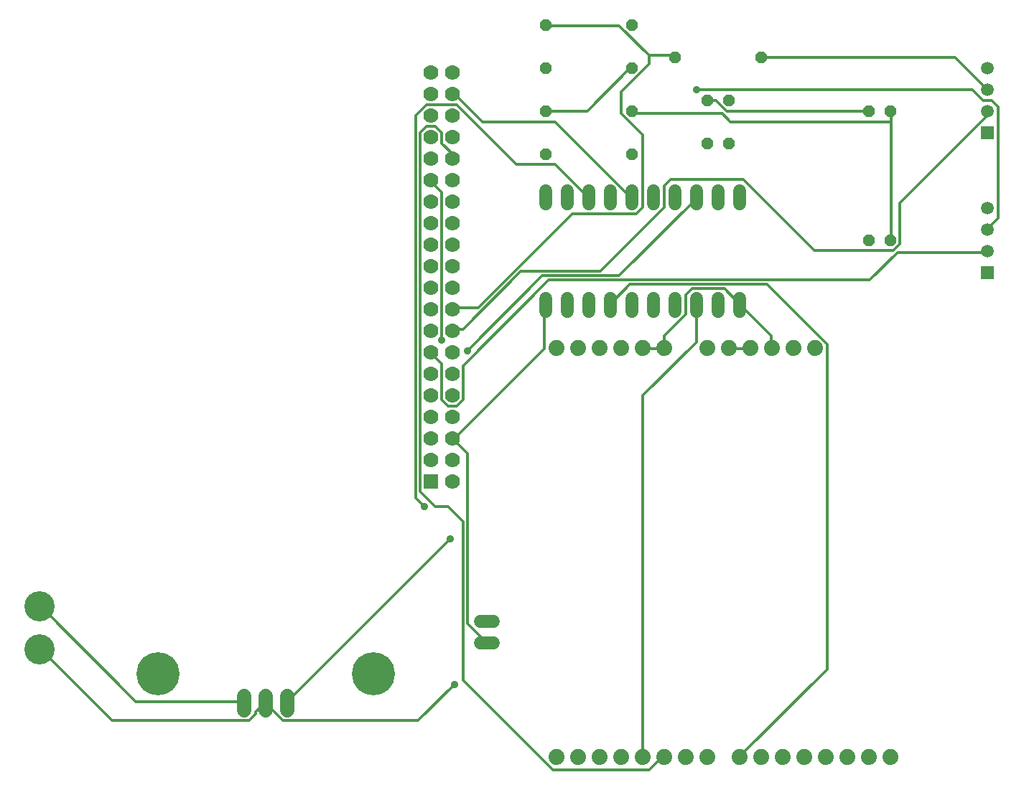
<source format=gbr>
G04 EAGLE Gerber RS-274X export*
G75*
%MOMM*%
%FSLAX34Y34*%
%LPD*%
%INTop Copper*%
%IPPOS*%
%AMOC8*
5,1,8,0,0,1.08239X$1,22.5*%
G01*
%ADD10P,1.429621X8X22.500000*%
%ADD11C,1.676400*%
%ADD12C,1.524000*%
%ADD13C,3.556000*%
%ADD14R,1.778000X1.778000*%
%ADD15C,1.778000*%
%ADD16R,1.508000X1.508000*%
%ADD17C,1.508000*%
%ADD18C,1.879600*%
%ADD19C,5.080000*%
%ADD20C,0.304800*%
%ADD21C,0.906400*%


D10*
X838200Y812800D03*
X863600Y812800D03*
X838200Y762000D03*
X863600Y762000D03*
D11*
X292100Y109982D02*
X292100Y93218D01*
X317500Y93218D02*
X317500Y109982D01*
X342900Y109982D02*
X342900Y93218D01*
D12*
X570397Y172720D02*
X585637Y172720D01*
X585637Y198120D02*
X570397Y198120D01*
D13*
X50800Y215900D03*
X50800Y165100D03*
D10*
X1028700Y800100D03*
X1054100Y800100D03*
X1028700Y647700D03*
X1054100Y647700D03*
D14*
X512300Y363100D03*
D15*
X537700Y363100D03*
X512300Y388500D03*
X537700Y388500D03*
X512300Y413900D03*
X537700Y413900D03*
X512300Y439300D03*
X537700Y439300D03*
X512300Y464700D03*
X537700Y464700D03*
X512300Y490100D03*
X537700Y490100D03*
X512300Y515500D03*
X537700Y515500D03*
X512300Y540900D03*
X537700Y540900D03*
X512300Y566300D03*
X537700Y566300D03*
X512300Y591700D03*
X537700Y591700D03*
X512300Y617100D03*
X537700Y617100D03*
X512300Y642500D03*
X537700Y642500D03*
X512300Y667900D03*
X537700Y667900D03*
X512300Y693300D03*
X537700Y693300D03*
X512300Y718700D03*
X537700Y718700D03*
X512300Y744100D03*
X537700Y744100D03*
X512300Y769500D03*
X537700Y769500D03*
X512300Y794900D03*
X537700Y794900D03*
X512300Y820300D03*
X537700Y820300D03*
X512300Y845700D03*
X537700Y845700D03*
D10*
X800100Y863600D03*
X901700Y863600D03*
X647700Y749300D03*
X749300Y749300D03*
X647700Y901700D03*
X749300Y901700D03*
X647700Y850900D03*
X749300Y850900D03*
X647700Y800100D03*
X749300Y800100D03*
D12*
X876300Y706120D02*
X876300Y690880D01*
X850900Y690880D02*
X850900Y706120D01*
X825500Y706120D02*
X825500Y690880D01*
X800100Y690880D02*
X800100Y706120D01*
X774700Y706120D02*
X774700Y690880D01*
X749300Y690880D02*
X749300Y706120D01*
X723900Y706120D02*
X723900Y690880D01*
X698500Y690880D02*
X698500Y706120D01*
X673100Y706120D02*
X673100Y690880D01*
X647700Y690880D02*
X647700Y706120D01*
X647700Y579120D02*
X647700Y563880D01*
X673100Y563880D02*
X673100Y579120D01*
X698500Y579120D02*
X698500Y563880D01*
X723900Y563880D02*
X723900Y579120D01*
X749300Y579120D02*
X749300Y563880D01*
X774700Y563880D02*
X774700Y579120D01*
X800100Y579120D02*
X800100Y563880D01*
X825500Y563880D02*
X825500Y579120D01*
X850900Y579120D02*
X850900Y563880D01*
X876300Y563880D02*
X876300Y579120D01*
D16*
X1168400Y774700D03*
D17*
X1168400Y800100D03*
X1168400Y825500D03*
X1168400Y850900D03*
D16*
X1168400Y609600D03*
D17*
X1168400Y635000D03*
X1168400Y660400D03*
X1168400Y685800D03*
D18*
X965200Y520700D03*
X939800Y520700D03*
X914400Y520700D03*
X889000Y520700D03*
X863600Y520700D03*
X838200Y520700D03*
X787400Y520700D03*
X762000Y520700D03*
X736600Y520700D03*
X711200Y520700D03*
X685800Y520700D03*
X660400Y520700D03*
X660400Y38100D03*
X685800Y38100D03*
X711200Y38100D03*
X736600Y38100D03*
X762000Y38100D03*
X787400Y38100D03*
X812800Y38100D03*
X838200Y38100D03*
X876300Y38100D03*
X901700Y38100D03*
X927100Y38100D03*
X952500Y38100D03*
X977900Y38100D03*
X1003300Y38100D03*
X1028700Y38100D03*
X1054100Y38100D03*
D19*
X444500Y135890D03*
X190500Y135890D03*
D20*
X840492Y812728D02*
X848064Y812728D01*
X860684Y800108D01*
X1027268Y800108D01*
X840492Y812728D02*
X838200Y812800D01*
X1027268Y800108D02*
X1028700Y800100D01*
X290260Y103484D02*
X164060Y103484D01*
X53004Y214540D01*
X290260Y103484D02*
X292100Y101600D01*
X53004Y214540D02*
X50800Y215900D01*
X648668Y800108D02*
X696624Y800108D01*
X747104Y850588D01*
X648668Y800108D02*
X647700Y800100D01*
X747104Y850588D02*
X749300Y850900D01*
X865732Y519944D02*
X888448Y519944D01*
X865732Y519944D02*
X863600Y520700D01*
X888448Y519944D02*
X889000Y520700D01*
X315500Y100960D02*
X305404Y90864D01*
X305404Y88340D01*
X297832Y80768D01*
X136296Y80768D01*
X53004Y164060D01*
X315500Y100960D02*
X317500Y101600D01*
X53004Y164060D02*
X50800Y165100D01*
X540136Y411412D02*
X555280Y396268D01*
X540136Y411412D02*
X537700Y413900D01*
X646144Y519944D02*
X646144Y570424D01*
X646144Y519944D02*
X540136Y413936D01*
X646144Y570424D02*
X647700Y571500D01*
X540136Y413936D02*
X537700Y413900D01*
X318024Y100960D02*
X338216Y80768D01*
X497228Y80768D01*
X540136Y123676D01*
X318024Y100960D02*
X317500Y101600D01*
D21*
X540136Y123676D03*
D20*
X578017Y172720D02*
X555280Y195457D01*
X555280Y396268D01*
X747104Y699148D02*
X658764Y787488D01*
X572948Y787488D01*
X540136Y820300D01*
X747104Y699148D02*
X749300Y698500D01*
X540136Y820300D02*
X537700Y820300D01*
X734484Y605760D02*
X825348Y696624D01*
X734484Y605760D02*
X643620Y605760D01*
X555280Y517420D01*
X524992Y530040D02*
X524992Y704196D01*
X512372Y716816D01*
X825348Y696624D02*
X825500Y698500D01*
X512372Y716816D02*
X512300Y718700D01*
D21*
X555280Y517420D03*
X524992Y530040D03*
D20*
X696624Y699148D02*
X658764Y737008D01*
X613332Y737008D01*
X542660Y807680D01*
X507324Y807680D01*
X494704Y795060D01*
X494704Y343264D01*
X504800Y333168D01*
X696624Y699148D02*
X698500Y698500D01*
D21*
X504800Y333168D03*
D20*
X537612Y744580D02*
X537612Y749628D01*
X524992Y762248D01*
X524992Y774868D01*
X517420Y782440D01*
X507324Y782440D01*
X499752Y774868D01*
X499752Y350836D01*
X517420Y333168D01*
X532564Y333168D01*
X550232Y315500D01*
X550232Y128724D01*
X656240Y22716D01*
X769820Y22716D01*
X784964Y37860D01*
X537700Y744100D02*
X537612Y744580D01*
X784964Y37860D02*
X787400Y38100D01*
X734484Y901068D02*
X648668Y901068D01*
X734484Y901068D02*
X769820Y865732D01*
X797584Y865732D01*
X648668Y901068D02*
X647700Y901700D01*
X797584Y865732D02*
X800100Y863600D01*
X567900Y567900D02*
X540136Y567900D01*
X567900Y567900D02*
X678956Y678956D01*
X754676Y678956D01*
X762248Y686528D01*
X762248Y772344D01*
X737008Y797584D01*
X737008Y822824D01*
X769820Y855636D01*
X769820Y865732D01*
X540136Y567900D02*
X537700Y566300D01*
X1166088Y792536D02*
X1166088Y797584D01*
X1166088Y792536D02*
X1065128Y691576D01*
X1065128Y643620D01*
X1057556Y636048D01*
X964168Y636048D01*
X880876Y719340D01*
X795060Y719340D01*
X787488Y711768D01*
X787488Y686528D01*
X711768Y610808D01*
X618380Y610808D01*
X550232Y542660D01*
X540136Y542660D01*
X1166088Y797584D02*
X1168400Y800100D01*
X540136Y542660D02*
X537700Y540900D01*
X1062604Y633524D02*
X1166088Y633524D01*
X1062604Y633524D02*
X1029792Y600712D01*
X651192Y600712D01*
X550232Y499752D01*
X550232Y459368D01*
X542660Y451796D01*
X532564Y451796D01*
X524992Y459368D01*
X524992Y502276D01*
X512372Y514896D01*
X1166088Y633524D02*
X1168400Y635000D01*
X512300Y515500D02*
X512372Y514896D01*
X535088Y295308D02*
X521390Y281610D01*
X521047Y281267D01*
X343264Y103484D01*
X342900Y101600D01*
X762248Y519944D02*
X784964Y519944D01*
X762248Y519944D02*
X762000Y520700D01*
X784964Y519944D02*
X787400Y520700D01*
X913688Y522468D02*
X913688Y535088D01*
X878352Y570424D01*
X913688Y522468D02*
X914400Y520700D01*
X878352Y570424D02*
X876300Y571500D01*
X787488Y535088D02*
X787488Y522468D01*
X787488Y535088D02*
X812728Y560328D01*
X812728Y583044D01*
X820300Y590616D01*
X858160Y590616D01*
X875828Y572948D01*
X787488Y522468D02*
X787400Y520700D01*
X876300Y571500D02*
X875828Y572948D01*
D21*
X535088Y295308D03*
D20*
X903592Y863208D02*
X1130752Y863208D01*
X1166088Y827872D01*
X903592Y863208D02*
X901700Y863600D01*
X1166088Y827872D02*
X1168400Y825500D01*
X1150944Y825348D02*
X825348Y825348D01*
X1150944Y825348D02*
X1163564Y812728D01*
X1173660Y812728D01*
X1181232Y805156D01*
X1181232Y673908D01*
X1168612Y661288D01*
X1168400Y660400D01*
D21*
X825348Y825348D03*
D20*
X1055032Y797584D02*
X1055032Y787488D01*
X1055032Y648668D01*
X1054100Y647700D01*
X1055032Y797584D02*
X1054100Y800100D01*
X855636Y797584D02*
X749628Y797584D01*
X855636Y797584D02*
X865732Y787488D01*
X1055032Y787488D01*
X749628Y797584D02*
X749300Y800100D01*
X825348Y570424D02*
X825348Y527516D01*
X762248Y464416D01*
X762248Y40384D01*
X825348Y570424D02*
X825500Y571500D01*
X762248Y40384D02*
X762000Y38100D01*
X724388Y572948D02*
X747104Y595664D01*
X908640Y595664D01*
X979312Y524992D01*
X979312Y141344D01*
X878352Y40384D01*
X723900Y571500D02*
X724388Y572948D01*
X878352Y40384D02*
X876300Y38100D01*
M02*

</source>
